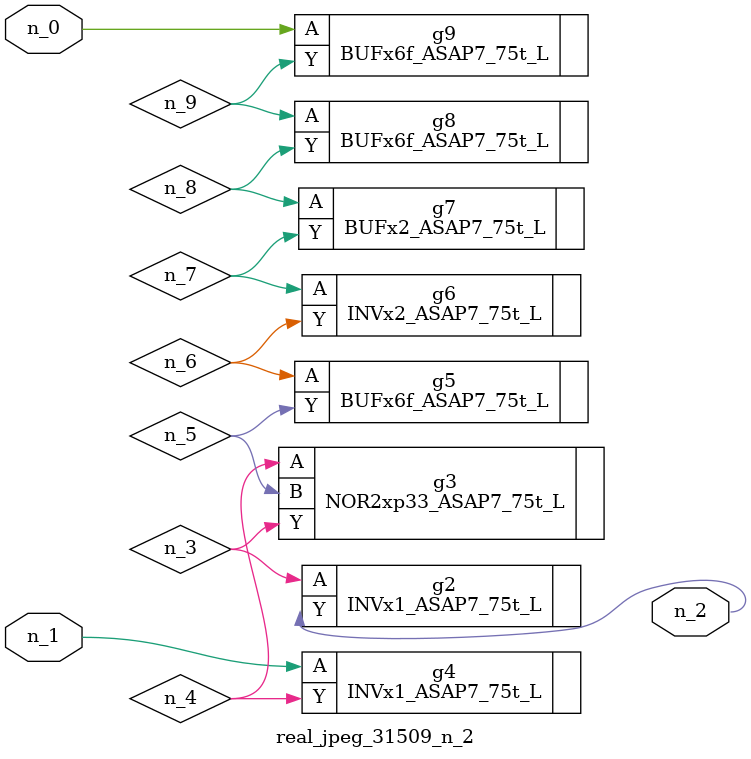
<source format=v>
module real_jpeg_31509_n_2 (n_1, n_0, n_2);

input n_1;
input n_0;

output n_2;

wire n_5;
wire n_4;
wire n_8;
wire n_6;
wire n_7;
wire n_3;
wire n_9;

BUFx6f_ASAP7_75t_L g9 ( 
.A(n_0),
.Y(n_9)
);

INVx1_ASAP7_75t_L g4 ( 
.A(n_1),
.Y(n_4)
);

INVx1_ASAP7_75t_L g2 ( 
.A(n_3),
.Y(n_2)
);

NOR2xp33_ASAP7_75t_L g3 ( 
.A(n_4),
.B(n_5),
.Y(n_3)
);

BUFx6f_ASAP7_75t_L g5 ( 
.A(n_6),
.Y(n_5)
);

INVx2_ASAP7_75t_L g6 ( 
.A(n_7),
.Y(n_6)
);

BUFx2_ASAP7_75t_L g7 ( 
.A(n_8),
.Y(n_7)
);

BUFx6f_ASAP7_75t_L g8 ( 
.A(n_9),
.Y(n_8)
);


endmodule
</source>
